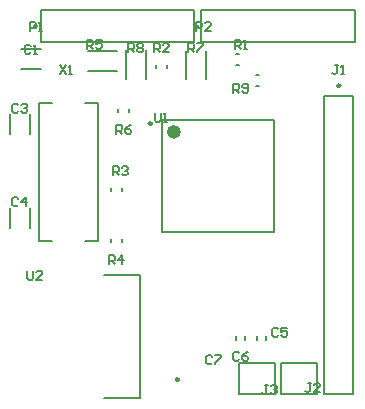
<source format=gto>
G04*
G04 #@! TF.GenerationSoftware,Altium Limited,Altium Designer,24.7.2 (38)*
G04*
G04 Layer_Color=65535*
%FSLAX44Y44*%
%MOMM*%
G71*
G04*
G04 #@! TF.SameCoordinates,1ABB164B-B226-434E-8602-407845119EEE*
G04*
G04*
G04 #@! TF.FilePolarity,Positive*
G04*
G01*
G75*
%ADD10C,0.6000*%
%ADD11C,0.2500*%
%ADD12C,0.2000*%
%ADD13C,0.1270*%
D10*
X989120Y603920D02*
G03*
X989120Y603920I-3000J0D01*
G01*
D11*
X967370Y610920D02*
G03*
X967370Y610920I-1250J0D01*
G01*
X990350Y394380D02*
G03*
X990350Y394380I-1250J0D01*
G01*
X1126970Y643115D02*
G03*
X1126970Y643115I-1250J0D01*
G01*
X1006170Y693420D02*
G03*
X1006170Y693420I-1250J0D01*
G01*
X870280D02*
G03*
X870280Y693420I-1250J0D01*
G01*
D12*
X976120Y518920D02*
X1071120D01*
X976120Y613920D02*
X1071120D01*
Y518920D02*
Y613920D01*
X976120Y518920D02*
Y613920D01*
X1107450Y381620D02*
Y408320D01*
X1076950D02*
X1107450D01*
X1076950Y381620D02*
Y408320D01*
Y381620D02*
X1107450D01*
X1041390D02*
Y408320D01*
Y381620D02*
X1071890D01*
Y408320D01*
X1041390D02*
X1071890D01*
X1064200Y427760D02*
Y430760D01*
X1056700Y427760D02*
Y430760D01*
X1046420Y427760D02*
Y430760D01*
X1038920Y427760D02*
Y430760D01*
X927100Y482530D02*
X957100D01*
Y378530D02*
Y482530D01*
X927100Y378530D02*
X957100D01*
X864250Y522680D02*
Y539680D01*
X847250Y522680D02*
Y539680D01*
X932510Y510560D02*
Y513060D01*
X942010Y510560D02*
Y513060D01*
Y553740D02*
Y556240D01*
X932510Y553740D02*
Y556240D01*
X847250Y601730D02*
Y618730D01*
X864250Y601730D02*
Y618730D01*
X871620Y511730D02*
X882620D01*
X871620Y628730D02*
X882620D01*
X910620Y511730D02*
X921620D01*
X910620Y628730D02*
X921620D01*
X871620Y511730D02*
Y628730D01*
X921620Y511730D02*
Y628730D01*
X948360Y621050D02*
Y623550D01*
X938860Y621050D02*
Y623550D01*
X1112901Y381865D02*
X1137539D01*
Y634135D01*
X1112901D02*
X1137539D01*
X1112901Y381865D02*
Y634135D01*
X1055390Y652450D02*
X1057890D01*
X1055390Y642950D02*
X1057890D01*
X1139420Y679970D02*
Y706870D01*
X1009420D02*
X1139420D01*
X1009420Y679970D02*
Y706870D01*
Y679970D02*
X1139420D01*
X996009Y648339D02*
Y672461D01*
X1013131Y648339D02*
Y672461D01*
X970610Y657880D02*
Y660380D01*
X980110Y657880D02*
Y660380D01*
X945209Y648689D02*
Y672811D01*
X962331Y648689D02*
Y672811D01*
X913769Y655649D02*
X937891D01*
X913769Y672771D02*
X937891D01*
X856370Y673980D02*
X873370D01*
X856370Y656980D02*
X873370D01*
X1003530Y679970D02*
Y706870D01*
X873530D02*
X1003530D01*
X873530Y679970D02*
Y706870D01*
Y679970D02*
X1003530D01*
X1038880Y660730D02*
X1041380D01*
X1038880Y670230D02*
X1041380D01*
D13*
X1102360Y391159D02*
X1099821D01*
X1101091D01*
Y384811D01*
X1099821Y383541D01*
X1098552D01*
X1097282Y384811D01*
X1109978Y383541D02*
X1104900D01*
X1109978Y388620D01*
Y389889D01*
X1108708Y391159D01*
X1106169D01*
X1104900Y389889D01*
X1004572Y689611D02*
Y697229D01*
X1008381D01*
X1009650Y695959D01*
Y693420D01*
X1008381Y692150D01*
X1004572D01*
X1017268Y689611D02*
X1012190D01*
X1017268Y694690D01*
Y695959D01*
X1015998Y697229D01*
X1013459D01*
X1012190Y695959D01*
X1065530Y389889D02*
X1062991D01*
X1064261D01*
Y383541D01*
X1062991Y382271D01*
X1061722D01*
X1060452Y383541D01*
X1068070Y388619D02*
X1069339Y389889D01*
X1071878D01*
X1073148Y388619D01*
Y387350D01*
X1071878Y386080D01*
X1070609D01*
X1071878D01*
X1073148Y384810D01*
Y383541D01*
X1071878Y382271D01*
X1069339D01*
X1068070Y383541D01*
X969812Y620229D02*
Y613881D01*
X971081Y612611D01*
X973620D01*
X974890Y613881D01*
Y620229D01*
X977429Y612611D02*
X979968D01*
X978699D01*
Y620229D01*
X977429Y618959D01*
X1074420Y436879D02*
X1073151Y438149D01*
X1070612D01*
X1069342Y436879D01*
Y431801D01*
X1070612Y430531D01*
X1073151D01*
X1074420Y431801D01*
X1082038Y438149D02*
X1076960D01*
Y434340D01*
X1079499Y435610D01*
X1080768D01*
X1082038Y434340D01*
Y431801D01*
X1080768Y430531D01*
X1078229D01*
X1076960Y431801D01*
X889506Y660396D02*
X894585Y652779D01*
Y660396D02*
X889506Y652779D01*
X897124D02*
X899663D01*
X898393D01*
Y660396D01*
X897124Y659127D01*
X861852Y486339D02*
Y479991D01*
X863122Y478721D01*
X865661D01*
X866930Y479991D01*
Y486339D01*
X874548Y478721D02*
X869470D01*
X874548Y483800D01*
Y485069D01*
X873278Y486339D01*
X870739D01*
X869470Y485069D01*
X1036322Y636891D02*
Y644509D01*
X1040131D01*
X1041400Y643239D01*
Y640700D01*
X1040131Y639430D01*
X1036322D01*
X1038861D02*
X1041400Y636891D01*
X1043940Y638161D02*
X1045209Y636891D01*
X1047748D01*
X1049018Y638161D01*
Y643239D01*
X1047748Y644509D01*
X1045209D01*
X1043940Y643239D01*
Y641970D01*
X1045209Y640700D01*
X1049018D01*
X947422Y671502D02*
Y679119D01*
X951231D01*
X952500Y677850D01*
Y675311D01*
X951231Y674041D01*
X947422D01*
X949961D02*
X952500Y671502D01*
X955040Y677850D02*
X956309Y679119D01*
X958848D01*
X960118Y677850D01*
Y676580D01*
X958848Y675311D01*
X960118Y674041D01*
Y672772D01*
X958848Y671502D01*
X956309D01*
X955040Y672772D01*
Y674041D01*
X956309Y675311D01*
X955040Y676580D01*
Y677850D01*
X956309Y675311D02*
X958848D01*
X998222Y671152D02*
Y678769D01*
X1002031D01*
X1003300Y677500D01*
Y674961D01*
X1002031Y673691D01*
X998222D01*
X1000761D02*
X1003300Y671152D01*
X1005840Y678769D02*
X1010918D01*
Y677500D01*
X1005840Y672421D01*
Y671152D01*
X937262Y602491D02*
Y610109D01*
X941071D01*
X942340Y608839D01*
Y606300D01*
X941071Y605030D01*
X937262D01*
X939801D02*
X942340Y602491D01*
X949958Y610109D02*
X947419Y608839D01*
X944880Y606300D01*
Y603761D01*
X946149Y602491D01*
X948688D01*
X949958Y603761D01*
Y605030D01*
X948688Y606300D01*
X944880D01*
X912212Y674161D02*
Y681779D01*
X916021D01*
X917290Y680509D01*
Y677970D01*
X916021Y676700D01*
X912212D01*
X914751D02*
X917290Y674161D01*
X924908Y681779D02*
X919830D01*
Y677970D01*
X922369Y679240D01*
X923638D01*
X924908Y677970D01*
Y675431D01*
X923638Y674161D01*
X921099D01*
X919830Y675431D01*
X930912Y492001D02*
Y499619D01*
X934721D01*
X935990Y498349D01*
Y495810D01*
X934721Y494540D01*
X930912D01*
X933451D02*
X935990Y492001D01*
X942338D02*
Y499619D01*
X938530Y495810D01*
X943608D01*
X934212Y567181D02*
Y574799D01*
X938021D01*
X939290Y573529D01*
Y570990D01*
X938021Y569720D01*
X934212D01*
X936751D02*
X939290Y567181D01*
X941830Y573529D02*
X943099Y574799D01*
X945638D01*
X946908Y573529D01*
Y572260D01*
X945638Y570990D01*
X944369D01*
X945638D01*
X946908Y569720D01*
Y568451D01*
X945638Y567181D01*
X943099D01*
X941830Y568451D01*
X969012Y671321D02*
Y678939D01*
X972821D01*
X974090Y677669D01*
Y675130D01*
X972821Y673860D01*
X969012D01*
X971551D02*
X974090Y671321D01*
X981708D02*
X976630D01*
X981708Y676400D01*
Y677669D01*
X980438Y678939D01*
X977899D01*
X976630Y677669D01*
X1037592Y674161D02*
Y681779D01*
X1041400D01*
X1042670Y680509D01*
Y677970D01*
X1041400Y676700D01*
X1037592D01*
X1040131D02*
X1042670Y674161D01*
X1045209D02*
X1047748D01*
X1046479D01*
Y681779D01*
X1045209Y680509D01*
X863952Y689611D02*
Y697229D01*
X867760D01*
X869030Y695959D01*
Y693420D01*
X867760Y692150D01*
X863952D01*
X871569Y689611D02*
X874108D01*
X872839D01*
Y697229D01*
X871569Y695959D01*
X1125220Y660399D02*
X1122681D01*
X1123950D01*
Y654051D01*
X1122681Y652781D01*
X1121411D01*
X1120142Y654051D01*
X1127759Y652781D02*
X1130298D01*
X1129029D01*
Y660399D01*
X1127759Y659129D01*
X1018540Y413529D02*
X1017271Y414799D01*
X1014732D01*
X1013462Y413529D01*
Y408451D01*
X1014732Y407181D01*
X1017271D01*
X1018540Y408451D01*
X1021080Y414799D02*
X1026158D01*
Y413529D01*
X1021080Y408451D01*
Y407181D01*
X1041400Y416559D02*
X1040131Y417829D01*
X1037592D01*
X1036322Y416559D01*
Y411481D01*
X1037592Y410211D01*
X1040131D01*
X1041400Y411481D01*
X1049018Y417829D02*
X1046479Y416559D01*
X1043940Y414020D01*
Y411481D01*
X1045209Y410211D01*
X1047748D01*
X1049018Y411481D01*
Y412750D01*
X1047748Y414020D01*
X1043940D01*
X854480Y547219D02*
X853211Y548489D01*
X850672D01*
X849402Y547219D01*
Y542141D01*
X850672Y540871D01*
X853211D01*
X854480Y542141D01*
X860828Y540871D02*
Y548489D01*
X857020Y544680D01*
X862098D01*
X854480Y626269D02*
X853211Y627539D01*
X850672D01*
X849402Y626269D01*
Y621191D01*
X850672Y619921D01*
X853211D01*
X854480Y621191D01*
X857020Y626269D02*
X858289Y627539D01*
X860828D01*
X862098Y626269D01*
Y625000D01*
X860828Y623730D01*
X859559D01*
X860828D01*
X862098Y622461D01*
Y621191D01*
X860828Y619921D01*
X858289D01*
X857020Y621191D01*
X864870Y676519D02*
X863600Y677789D01*
X861061D01*
X859792Y676519D01*
Y671441D01*
X861061Y670171D01*
X863600D01*
X864870Y671441D01*
X867409Y670171D02*
X869948D01*
X868679D01*
Y677789D01*
X867409Y676519D01*
M02*

</source>
